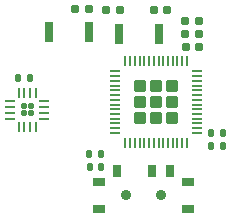
<source format=gtp>
%TF.GenerationSoftware,KiCad,Pcbnew,8.0.3*%
%TF.CreationDate,2025-02-28T01:09:01-06:00*%
%TF.ProjectId,HearingAid_Right,48656172-696e-4674-9169-645f52696768,rev?*%
%TF.SameCoordinates,Original*%
%TF.FileFunction,Paste,Top*%
%TF.FilePolarity,Positive*%
%FSLAX46Y46*%
G04 Gerber Fmt 4.6, Leading zero omitted, Abs format (unit mm)*
G04 Created by KiCad (PCBNEW 8.0.3) date 2025-02-28 01:09:01*
%MOMM*%
%LPD*%
G01*
G04 APERTURE LIST*
G04 Aperture macros list*
%AMRoundRect*
0 Rectangle with rounded corners*
0 $1 Rounding radius*
0 $2 $3 $4 $5 $6 $7 $8 $9 X,Y pos of 4 corners*
0 Add a 4 corners polygon primitive as box body*
4,1,4,$2,$3,$4,$5,$6,$7,$8,$9,$2,$3,0*
0 Add four circle primitives for the rounded corners*
1,1,$1+$1,$2,$3*
1,1,$1+$1,$4,$5*
1,1,$1+$1,$6,$7*
1,1,$1+$1,$8,$9*
0 Add four rect primitives between the rounded corners*
20,1,$1+$1,$2,$3,$4,$5,0*
20,1,$1+$1,$4,$5,$6,$7,0*
20,1,$1+$1,$6,$7,$8,$9,0*
20,1,$1+$1,$8,$9,$2,$3,0*%
G04 Aperture macros list end*
%ADD10RoundRect,0.147500X0.147500X0.172500X-0.147500X0.172500X-0.147500X-0.172500X0.147500X-0.172500X0*%
%ADD11RoundRect,0.147500X-0.147500X-0.172500X0.147500X-0.172500X0.147500X0.172500X-0.147500X0.172500X0*%
%ADD12RoundRect,0.155000X-0.212500X-0.155000X0.212500X-0.155000X0.212500X0.155000X-0.212500X0.155000X0*%
%ADD13RoundRect,0.135000X-0.135000X-0.185000X0.135000X-0.185000X0.135000X0.185000X-0.135000X0.185000X0*%
%ADD14RoundRect,0.135000X0.135000X0.185000X-0.135000X0.185000X-0.135000X-0.185000X0.135000X-0.185000X0*%
%ADD15C,0.900000*%
%ADD16R,0.700000X1.100000*%
%ADD17R,1.000000X0.800000*%
%ADD18R,0.800000X1.700000*%
%ADD19RoundRect,0.250000X-0.285000X-0.285000X0.285000X-0.285000X0.285000X0.285000X-0.285000X0.285000X0*%
%ADD20RoundRect,0.050000X-0.350000X-0.050000X0.350000X-0.050000X0.350000X0.050000X-0.350000X0.050000X0*%
%ADD21RoundRect,0.050000X-0.050000X-0.350000X0.050000X-0.350000X0.050000X0.350000X-0.050000X0.350000X0*%
%ADD22RoundRect,0.125000X-0.125000X0.125000X-0.125000X-0.125000X0.125000X-0.125000X0.125000X0.125000X0*%
%ADD23RoundRect,0.062500X-0.062500X0.350000X-0.062500X-0.350000X0.062500X-0.350000X0.062500X0.350000X0*%
%ADD24RoundRect,0.062500X-0.350000X0.062500X-0.350000X-0.062500X0.350000X-0.062500X0.350000X0.062500X0*%
%ADD25RoundRect,0.160000X-0.197500X-0.160000X0.197500X-0.160000X0.197500X0.160000X-0.197500X0.160000X0*%
%ADD26RoundRect,0.160000X0.197500X0.160000X-0.197500X0.160000X-0.197500X-0.160000X0.197500X-0.160000X0*%
G04 APERTURE END LIST*
D10*
%TO.C,D4*%
X120770000Y-75530000D03*
X119800000Y-75530000D03*
%TD*%
D11*
%TO.C,D3*%
X130090000Y-73770000D03*
X131060000Y-73770000D03*
%TD*%
D12*
%TO.C,C3*%
X127912500Y-64280000D03*
X129047500Y-64280000D03*
%TD*%
D13*
%TO.C,R11*%
X130060000Y-72620000D03*
X131080000Y-72620000D03*
%TD*%
D12*
%TO.C,C5*%
X125222500Y-62250000D03*
X126357500Y-62250000D03*
%TD*%
D14*
%TO.C,R13*%
X114790000Y-68010000D03*
X113770000Y-68010000D03*
%TD*%
D15*
%TO.C,S1*%
X125850000Y-77930000D03*
X122850000Y-77930000D03*
D16*
X122100000Y-75880000D03*
X125100000Y-75880000D03*
X126600000Y-75880000D03*
D17*
X128100000Y-79080000D03*
X120600000Y-79080000D03*
X120600000Y-76780000D03*
X128100000Y-76780000D03*
%TD*%
D18*
%TO.C,RST*%
X125670000Y-64300000D03*
X122270000Y-64300000D03*
%TD*%
D19*
%TO.C,U8*%
X124110000Y-68700000D03*
X124110000Y-70030000D03*
X124110000Y-71360000D03*
X125440000Y-68700000D03*
X125440000Y-70030000D03*
X125440000Y-71360000D03*
X126770000Y-68700000D03*
X126770000Y-70030000D03*
X126770000Y-71360000D03*
D20*
X121990000Y-67430000D03*
X121990000Y-67830000D03*
X121990000Y-68230000D03*
X121990000Y-68630000D03*
X121990000Y-69030000D03*
X121990000Y-69430000D03*
X121990000Y-69830000D03*
X121990000Y-70230000D03*
X121990000Y-70630000D03*
X121990000Y-71030000D03*
X121990000Y-71430000D03*
X121990000Y-71830000D03*
X121990000Y-72230000D03*
X121990000Y-72630000D03*
D21*
X122840000Y-73480000D03*
X123240000Y-73480000D03*
X123640000Y-73480000D03*
X124040000Y-73480000D03*
X124440000Y-73480000D03*
X124840000Y-73480000D03*
X125240000Y-73480000D03*
X125640000Y-73480000D03*
X126040000Y-73480000D03*
X126440000Y-73480000D03*
X126840000Y-73480000D03*
X127240000Y-73480000D03*
X127640000Y-73480000D03*
X128040000Y-73480000D03*
D20*
X128890000Y-72630000D03*
X128890000Y-72230000D03*
X128890000Y-71830000D03*
X128890000Y-71430000D03*
X128890000Y-71030000D03*
X128890000Y-70630000D03*
X128890000Y-70230000D03*
X128890000Y-69830000D03*
X128890000Y-69430000D03*
X128890000Y-69030000D03*
X128890000Y-68630000D03*
X128890000Y-68230000D03*
X128890000Y-67830000D03*
X128890000Y-67430000D03*
D21*
X128040000Y-66580000D03*
X127640000Y-66580000D03*
X127240000Y-66580000D03*
X126840000Y-66580000D03*
X126440000Y-66580000D03*
X126040000Y-66580000D03*
X125640000Y-66580000D03*
X125240000Y-66580000D03*
X124840000Y-66580000D03*
X124440000Y-66580000D03*
X124040000Y-66580000D03*
X123640000Y-66580000D03*
X123240000Y-66580000D03*
X122840000Y-66580000D03*
%TD*%
D22*
%TO.C,U5*%
X114842500Y-70370000D03*
X114222500Y-70370000D03*
X114842500Y-70990000D03*
X114222500Y-70990000D03*
D23*
X115282500Y-69242500D03*
X114782500Y-69242500D03*
X114282500Y-69242500D03*
X113782500Y-69242500D03*
D24*
X113095000Y-69930000D03*
X113095000Y-70430000D03*
X113095000Y-70930000D03*
X113095000Y-71430000D03*
D23*
X113782500Y-72117500D03*
X114282500Y-72117500D03*
X114782500Y-72117500D03*
X115282500Y-72117500D03*
D24*
X115970000Y-71430000D03*
X115970000Y-70930000D03*
X115970000Y-70430000D03*
X115970000Y-69930000D03*
%TD*%
D12*
%TO.C,C8*%
X127925000Y-65350000D03*
X129060000Y-65350000D03*
%TD*%
D13*
%TO.C,R12*%
X119770000Y-74410000D03*
X120790000Y-74410000D03*
%TD*%
D12*
%TO.C,C4*%
X127915000Y-63200000D03*
X129050000Y-63200000D03*
%TD*%
D25*
%TO.C,R14*%
X121172500Y-62260000D03*
X122367500Y-62260000D03*
%TD*%
D18*
%TO.C,BOOT*%
X116350000Y-64130000D03*
X119750000Y-64130000D03*
%TD*%
D26*
%TO.C,R15*%
X119790000Y-62110000D03*
X118595000Y-62110000D03*
%TD*%
M02*

</source>
